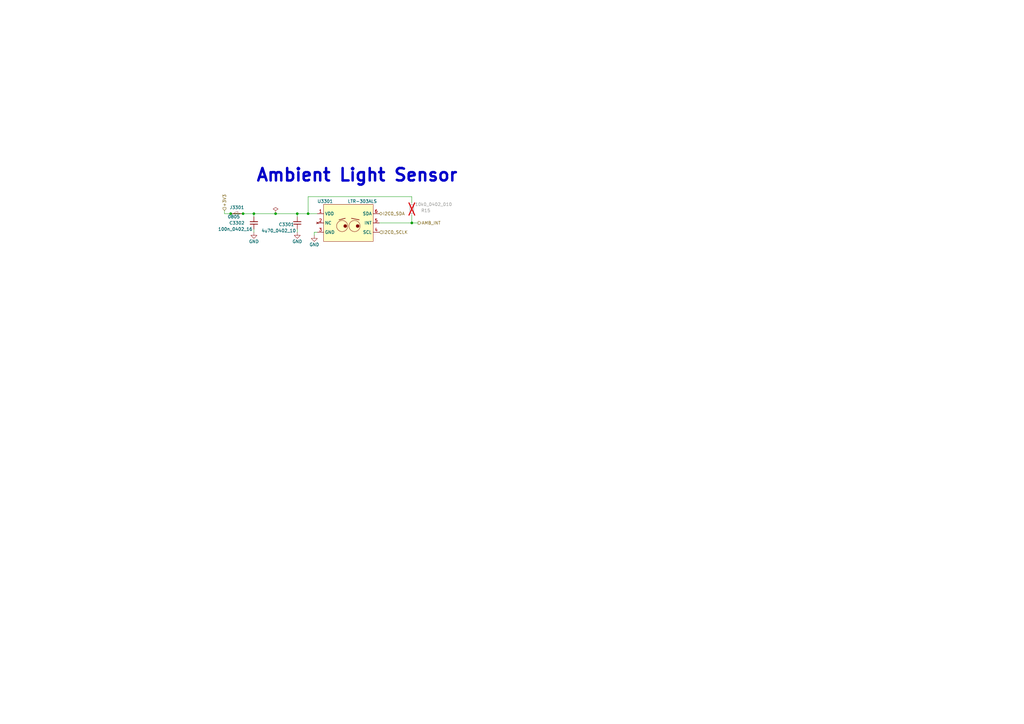
<source format=kicad_sch>
(kicad_sch (version 20230121) (generator eeschema)
  (paper "A3")
  (title_block (title "Ambient Light") (date "2023-08-07") (rev "1") (company "Beep Boop"))
  (lib_symbols
    (symbol "Beacon_Library:CUT_N_JUMP" (pin_numbers hide) (in_bom no)
      (property "Reference" "J" (at 0 -0.254 0))
      (property "Value" "0402" (at 0 -3.81 0))
      (symbol "CUT_N_JUMP_1_1"
        (polyline (pts (xy -1.27 -2.54) (xy 1.27 -2.54)) (stroke (width 0.381)))
        (polyline (pts (xy 0.508 -1.905) (xy 0.381 -1.651) (xy 0.508 -1.905) (xy 0.254 -2.032)) (stroke (width 0.0762)))
        (arc (start 0.508 -1.905) (mid -0.5086 -1.8651) (end -1.27 -2.54) (stroke (width 0.0762)))
        (pin passive line (at -2.54 -2.54 0) (length 1.27) (name "~") (number "1"))
        (pin passive line (at 2.54 -2.54 180) (length 1.27) (name "~") (number "2"))
      )
    )
    (symbol "Beacon_Library:LTR-303ALS"
      (property "Reference" "U" (at 0 1.27 0))
      (property "Value" "LTR-303ALS" (at 16.51 1.27 0))
      (symbol "LTR-303ALS_0_1"
        (polyline (pts (xy 6.35 -6.35) (xy 8.89 -5.715)) (stroke (width 0.254)))
        (polyline (pts (xy 11.43 -5.715) (xy 14.605 -6.35)) (stroke (width 0.254)))
        (rectangle (start 0 0) (end 20.32 -15.24) (fill (type background)))
        (circle (center 7.62 -8.89) (radius 2.2895))
        (circle (center 8.89 -8.89) (radius 0.635) (fill (type outline)))
        (circle (center 12.7 -8.89) (radius 2.2895))
        (circle (center 13.97 -8.89) (radius 0.635) (fill (type outline)))
      )
      (symbol "LTR-303ALS_1_1"
        (pin power_in line (at -2.54 -3.81 0) (length 2.54) (name "VDD") (number "1"))
        (pin no_connect line (at -2.54 -7.62 0) (length 2.54) (name "NC") (number "2"))
        (pin passive line (at -2.54 -11.43 0) (length 2.54) (name "GND") (number "3"))
        (pin input line (at 22.86 -11.43 180) (length 2.54) (name "SCL") (number "4"))
        (pin output line (at 22.86 -7.62 180) (length 2.54) (name "INT") (number "5"))
        (pin bidirectional line (at 22.86 -3.81 180) (length 2.54) (name "SDA") (number "6"))
      )
    )
    (symbol "Device:C_Small" (pin_numbers hide) (pin_names (offset 0.254) hide)
      (property "Reference" "C" (at 0.254 1.778 0))
      (property "Value" "C_Small" (at 0.254 -2.032 0))
      (symbol "C_Small_0_1"
        (polyline (pts (xy -1.524 -0.508) (xy 1.524 -0.508)) (stroke (width 0.3302)))
        (polyline (pts (xy -1.524 0.508) (xy 1.524 0.508)) (stroke (width 0.3048)))
      )
      (symbol "C_Small_1_1"
        (pin passive line (at 0 2.54 270) (length 2.032) (name "~") (number "1"))
        (pin passive line (at 0 -2.54 90) (length 2.032) (name "~") (number "2"))
      )
    )
    (symbol "Device:R_Small" (pin_numbers hide) (pin_names (offset 0.254) hide)
      (property "Reference" "R" (at 0.762 0.508 0))
      (property "Value" "R_Small" (at 0.762 -1.016 0))
      (symbol "R_Small_0_1"
        (rectangle (start -0.762 1.778) (end 0.762 -1.778) (stroke (width 0.2032)))
      )
      (symbol "R_Small_1_1"
        (pin passive line (at 0 2.54 270) (length 0.762) (name "~") (number "1"))
        (pin passive line (at 0 -2.54 90) (length 0.762) (name "~") (number "2"))
      )
    )
    (symbol "power:GND" (power) (pin_names (offset 0))
      (property "Value" "GND" (at 0 -3.81 0))
      (symbol "GND_0_1"
        (polyline (pts (xy 0 0) (xy 0 -1.27) (xy 1.27 -1.27) (xy 0 -2.54) (xy -1.27 -1.27) (xy 0 -1.27)))
      )
      (symbol "GND_1_1"
        (pin power_in line (at 0 0 270) (length 0) hide (name "GND") (number "1"))
      )
    )
    (symbol "power:PWR_FLAG" (power) (pin_numbers hide) (pin_names (offset 0) hide)
      (property "Value" "PWR_FLAG" (at 0 3.81 0))
      (symbol "PWR_FLAG_0_0"
        (pin power_out line (at 0 0 90) (length 0) (name "pwr") (number "1"))
      )
      (symbol "PWR_FLAG_0_1"
        (polyline (pts (xy 0 0) (xy 0 1.27) (xy -1.016 1.905) (xy 0 2.54) (xy 1.016 1.905) (xy 0 1.27)))
      )
    )
  )
  (junction (at 113.03 87.63))
  (junction (at 99.695 87.63))
  (junction (at 104.14 87.63))
  (junction (at 168.91 91.44))
  (junction (at 94.615 87.63))
  (junction (at 121.92 87.63))
  (junction (at 126.365 87.63))
  (wire (pts (xy 168.91 91.44) (xy 171.45 91.44)))
  (wire (pts (xy 168.91 80.645) (xy 126.365 80.645)))
  (wire (pts (xy 128.905 96.52) (xy 128.905 95.25)))
  (wire (pts (xy 168.91 80.645) (xy 168.91 83.185)))
  (wire (pts (xy 92.075 87.63) (xy 94.615 87.63)))
  (wire (pts (xy 128.905 95.25) (xy 130.175 95.25)))
  (wire (pts (xy 168.91 88.265) (xy 168.91 91.44)))
  (wire (pts (xy 104.14 88.9) (xy 104.14 87.63)))
  (wire (pts (xy 94.615 87.63) (xy 99.695 87.63)))
  (wire (pts (xy 168.91 91.44) (xy 155.575 91.44)))
  (wire (pts (xy 126.365 87.63) (xy 130.175 87.63)))
  (wire (pts (xy 121.92 87.63) (xy 126.365 87.63)))
  (wire (pts (xy 99.695 87.63) (xy 104.14 87.63)))
  (wire (pts (xy 121.92 88.9) (xy 121.92 87.63)))
  (wire (pts (xy 104.14 95.25) (xy 104.14 93.98)))
  (wire (pts (xy 126.365 80.645) (xy 126.365 87.63)))
  (wire (pts (xy 92.075 86.36) (xy 92.075 87.63)))
  (wire (pts (xy 121.92 95.25) (xy 121.92 93.98)))
  (wire (pts (xy 113.03 87.63) (xy 121.92 87.63)))
  (wire (pts (xy 104.14 87.63) (xy 113.03 87.63)))
  (text "Ambient Light Sensor" (at 104.775 74.93 0) (effects (font (size 5.08 5.08) (thickness 1.016) bold) (justify left bottom)))
  (hierarchical_label "AMB_INT" (shape output) (at 171.45 91.44 0) (property "Intersheetrefs" "${INTERSHEET_REFS}" (effects hide)))
  (hierarchical_label "I2C0_SCLK" (shape input) (at 155.575 95.25 0) (property "Intersheetrefs" "${INTERSHEET_REFS}" (effects hide)))
  (hierarchical_label "I2C0_SDA" (shape bidirectional) (at 155.575 87.63 0) (property "Intersheetrefs" "${INTERSHEET_REFS}" (effects hide)))
  (hierarchical_label "+3V3" (shape input) (at 92.075 86.36 90))
  (symbol (lib_id "power:PWR_FLAG") (at 113.03 87.63 0) (unit 1)
    (property "Reference" "#FLG01101" (effects hide))
    (property "Value" "PWR_FLAG" (effects hide))
  )
  (symbol (lib_id "Beacon_Library:CUT_N_JUMP") (at 97.155 85.09 0) (unit 1) (in_bom no)
    (property "Reference" "J3301" (at 97.155 85.09 0))
    (property "Value" "0805" (at 95.885 88.9 0))
    (property "Footprint" "Footprint_Library:0805_CUT-N-JUMP" (effects hide))
    (instances (project "Beacon" (path "" (reference "J3301") (unit 1))) (project "Beacon_Multiboard" (path "" (reference "J1101") (unit 1))))
  )
  (symbol (lib_id "Device:R_Small") (at 168.91 85.725 180) (unit 1) (dnp yes)
    (property "Reference" "R15" (at 174.625 86.36 0))
    (property "Value" "10k0_0402_010" (at 177.8 83.82 0))
    (property "Footprint" "Footprint_Library:0402_1005Metric_Handsolder" (effects hide))
    (instances (project "Beacon" (path "" (reference "R15") (unit 1)) (path "" (reference "R3301") (unit 1))) (project "Beacon_Multiboard" (path "" (reference "R1101") (unit 1))))
  )
  (symbol (lib_id "Device:C_Small") (at 121.92 91.44 180) (unit 1)
    (property "Reference" "C3301" (at 117.475 92.075 0))
    (property "Value" "4u70_0402_10" (at 114.3 94.615 0))
    (property "Footprint" "Footprint_Library:0402_1005Metric_Handsolder" (effects hide))
    (instances (project "Beacon" (path "" (reference "C3301") (unit 1)) (path "" (reference "C22") (unit 1))) (project "Beacon_Multiboard" (path "" (reference "C1101") (unit 1))))
  )
  (symbol (lib_id "power:GND") (at 128.905 96.52 0) (unit 1)
    (property "Reference" "#PWR03304" (effects hide))
    (property "Value" "GND" (at 128.905 100.33 0))
    (instances (project "Beacon" (path "" (reference "#PWR03304") (unit 1)) (path "" (reference "#PWR030") (unit 1))) (project "Beacon_Multiboard" (path "" (reference "#PWR01103") (unit 1))))
  )
  (symbol (lib_id "power:GND") (at 104.14 95.25 0) (unit 1)
    (property "Reference" "#PWR03302" (effects hide))
    (property "Value" "GND" (at 104.14 99.06 0))
    (instances (project "Beacon" (path "" (reference "#PWR03302") (unit 1)) (path "" (reference "#PWR028") (unit 1))) (project "Beacon_Multiboard" (path "" (reference "#PWR01101") (unit 1))))
  )
  (symbol (lib_id "Device:C_Small") (at 104.14 91.44 180) (unit 1)
    (property "Reference" "C3302" (at 97.155 91.44 0))
    (property "Value" "100n_0402_16" (at 96.52 93.98 0))
    (property "Footprint" "Footprint_Library:0402_1005Metric_Handsolder" (effects hide))
    (instances (project "Beacon" (path "" (reference "C3302") (unit 1)) (path "" (reference "C21") (unit 1))) (project "Beacon_Multiboard" (path "" (reference "C1102") (unit 1))))
  )
  (symbol (lib_id "power:GND") (at 121.92 95.25 0) (unit 1)
    (property "Reference" "#PWR03303" (effects hide))
    (property "Value" "GND" (at 121.92 99.06 0))
    (instances (project "Beacon" (path "" (reference "#PWR03303") (unit 1)) (path "" (reference "#PWR029") (unit 1))) (project "Beacon_Multiboard" (path "" (reference "#PWR01102") (unit 1))))
  )
  (symbol (lib_id "Beacon_Library:LTR-303ALS") (at 132.715 83.82 0) (unit 1)
    (property "Reference" "U3301" (at 133.35 82.55 0))
    (property "Value" "LTR-303ALS" (at 148.59 82.55 0))
    (property "Footprint" "Footprint_Library:LTR303ALS01" (effects hide))
    (property "Datasheet" "https://www.mouser.com/ProductDetail/Lite-On/LTR-303ALS-01?qs=Ml%2FaxAEbwm%252Bm%252BetMkBDC8g%3D%3D" (effects hide))
    (instances (project "Beacon" (path "" (reference "U3301") (unit 1)) (path "" (reference "U6") (unit 1))) (project "Beacon_Multiboard" (path "" (reference "U1101") (unit 1))))
  )
)
</source>
